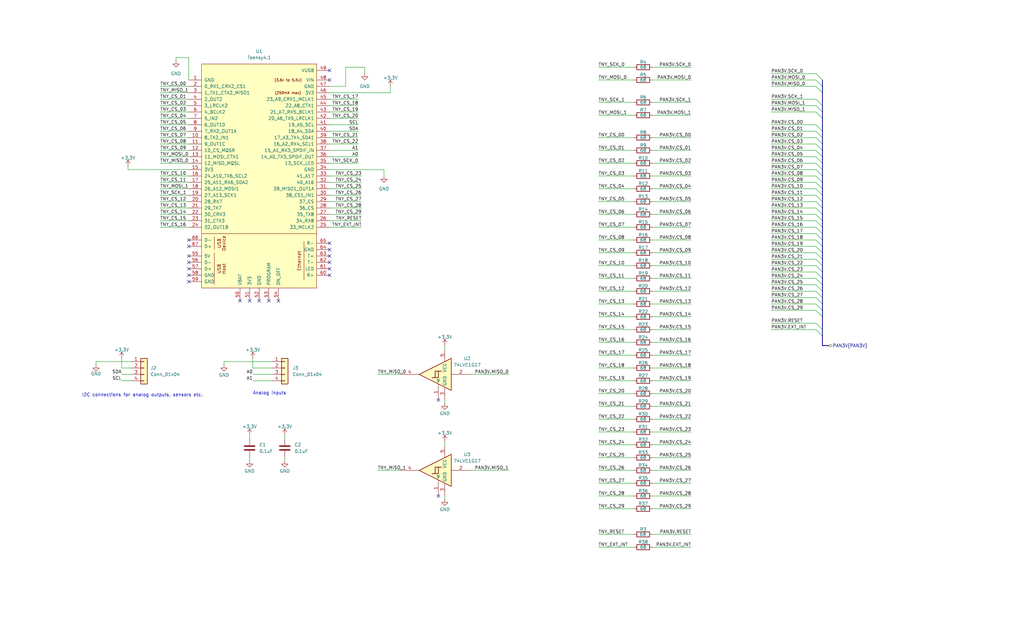
<source format=kicad_sch>
(kicad_sch (version 20231120) (generator "eeschema") (generator_version "8.0")
  (paper "User" 406.4 254)
  (lib_symbols
    (symbol "74xGxx:74LVC1G17"
      (property "Reference" "U" (at 2.54 7.62 0))
      (property "Value" "74LVC1G17" (at 5.08 -7.62 0))
      (symbol "74LVC1G17_0_1"
        (polyline (pts (xy -2.54 1.27) (xy -1.27 1.27) (xy -1.27 -1.27)) (stroke (width 0.254)) (fill (type background)))
        (polyline (pts (xy -7.62 6.35) (xy -7.62 -6.35) (xy 5.08 0) (xy -7.62 6.35)) (stroke (width 0.254)) (fill (type background)))
        (polyline (pts (xy -3.81 1.27) (xy -2.54 1.27) (xy -2.54 -1.27) (xy 0 -1.27)) (stroke (width 0.254)) (fill (type background)))
      )
      (symbol "74LVC1G17_1_1"
        (pin free line (at -2.54 -10.16 90) (length 6.35) (name "NC") (number "1"))
        (pin input line (at -15.24 0 0) (length 7.62) (name "~") (number "2"))
        (pin power_in line (at -5.08 -10.16 90) (length 5.08) (name "GND") (number "3"))
        (pin output line (at 12.7 0 180) (length 7.62) (name "~") (number "4"))
        (pin power_in line (at -5.08 10.16 270) (length 5.08) (name "VCC") (number "5"))
      )
    )
    (symbol "Connector_Generic:Conn_01x04" (pin_names (offset 1.016) hide)
      (property "Reference" "J" (at 0 5.08 0))
      (property "Value" "Conn_01x04" (at 0 -7.62 0))
      (symbol "Conn_01x04_1_1"
        (rectangle (start -1.27 -4.953) (end 0 -5.207) (stroke (width 0.1524)))
        (rectangle (start -1.27 -2.413) (end 0 -2.667) (stroke (width 0.1524)))
        (rectangle (start -1.27 0.127) (end 0 -0.127) (stroke (width 0.1524)))
        (rectangle (start -1.27 2.667) (end 0 2.413) (stroke (width 0.1524)))
        (rectangle (start -1.27 3.81) (end 1.27 -6.35) (stroke (width 0.254)) (fill (type background)))
        (pin passive line (at -5.08 2.54 0) (length 3.81) (name "Pin_1") (number "1"))
        (pin passive line (at -5.08 0 0) (length 3.81) (name "Pin_2") (number "2"))
        (pin passive line (at -5.08 -2.54 0) (length 3.81) (name "Pin_3") (number "3"))
        (pin passive line (at -5.08 -5.08 0) (length 3.81) (name "Pin_4") (number "4"))
      )
    )
    (symbol "Device:C" (pin_numbers hide) (pin_names (offset 0.254))
      (property "Reference" "C" (at 0.635 2.54 0))
      (property "Value" "C" (at 0.635 -2.54 0))
      (symbol "C_0_1"
        (polyline (pts (xy -2.032 -0.762) (xy 2.032 -0.762)) (stroke (width 0.508)))
        (polyline (pts (xy -2.032 0.762) (xy 2.032 0.762)) (stroke (width 0.508)))
      )
      (symbol "C_1_1"
        (pin passive line (at 0 3.81 270) (length 2.794) (name "~") (number "1"))
        (pin passive line (at 0 -3.81 90) (length 2.794) (name "~") (number "2"))
      )
    )
    (symbol "Device:R" (pin_numbers hide) (pin_names (offset 0))
      (property "Reference" "R" (at 2.032 0 90))
      (property "Value" "R" (at 0 0 90))
      (symbol "R_0_1"
        (rectangle (start -1.016 -2.54) (end 1.016 2.54) (stroke (width 0.254)))
      )
      (symbol "R_1_1"
        (pin passive line (at 0 3.81 270) (length 1.27) (name "~") (number "1"))
        (pin passive line (at 0 -3.81 90) (length 1.27) (name "~") (number "2"))
      )
    )
    (symbol "arena_custom:Teensy4.1" (pin_names (offset 1.016))
      (property "Reference" "U" (at 0 64.77 0))
      (property "Value" "Teensy4.1" (at 0 62.23 0))
      (symbol "Teensy4.1_0_0"
        (polyline (pts (xy -22.86 -6.35) (xy 22.86 -6.35)))
        (polyline (pts (xy -17.78 -26.67) (xy -17.78 -13.97)))
        (polyline (pts (xy -17.78 -7.62) (xy -17.78 -12.7)))
        (polyline (pts (xy 17.78 -9.525) (xy 17.78 -24.765)))
        (text "(250mA max)" (at 11.43 49.53 0) (effects (font (size 1.016 1.016))))
        (text "(3.6v to 5.5v)" (at 11.43 54.61 0) (effects (font (size 1.016 1.016))))
        (text "Device" (at -13.97 -10.16 900) (effects (font (size 1.27 1.27))))
        (text "Ethernet" (at 15.875 -17.145 900) (effects (font (size 1.27 1.27))))
        (text "Host" (at -13.97 -20.32 900) (effects (font (size 1.27 1.27))))
        (text "USB" (at -15.875 -20.32 900) (effects (font (size 1.27 1.27))))
        (text "USB" (at -15.875 -10.16 900) (effects (font (size 1.27 1.27))))
        (pin bidirectional line (at -27.94 31.75 0) (length 5.08) (name "8_TX2_IN1") (number "10"))
        (pin bidirectional line (at -27.94 29.21 0) (length 5.08) (name "9_OUT1C") (number "11"))
        (pin bidirectional line (at -27.94 26.67 0) (length 5.08) (name "10_CS_MQSR") (number "12"))
        (pin bidirectional line (at -27.94 24.13 0) (length 5.08) (name "11_MOSI_CTX1") (number "13"))
        (pin bidirectional line (at -27.94 21.59 0) (length 5.08) (name "12_MISO_MQSL") (number "14"))
        (pin power_in line (at -27.94 19.05 0) (length 5.08) (name "3V3") (number "15"))
        (pin bidirectional line (at -27.94 16.51 0) (length 5.08) (name "24_A10_TX6_SCL2") (number "16"))
        (pin bidirectional line (at -27.94 13.97 0) (length 5.08) (name "25_A11_RX6_SDA2") (number "17"))
        (pin bidirectional line (at -27.94 11.43 0) (length 5.08) (name "26_A12_MOSI1") (number "18"))
        (pin bidirectional line (at -27.94 8.89 0) (length 5.08) (name "27_A13_SCK1") (number "19"))
        (pin bidirectional line (at -27.94 6.35 0) (length 5.08) (name "28_RX7") (number "20"))
        (pin bidirectional line (at -27.94 3.81 0) (length 5.08) (name "29_TX7") (number "21"))
        (pin bidirectional line (at -27.94 1.27 0) (length 5.08) (name "30_CRX3") (number "22"))
        (pin bidirectional line (at -27.94 -1.27 0) (length 5.08) (name "31_CTX3") (number "23"))
        (pin bidirectional line (at -27.94 -3.81 0) (length 5.08) (name "32_OUT1B") (number "24"))
        (pin bidirectional line (at 27.94 -3.81 180) (length 5.08) (name "33_MCLK2") (number "25"))
        (pin bidirectional line (at 27.94 -1.27 180) (length 5.08) (name "34_RX8") (number "26"))
        (pin bidirectional line (at 27.94 1.27 180) (length 5.08) (name "35_TX8") (number "27"))
        (pin bidirectional line (at 27.94 3.81 180) (length 5.08) (name "36_CS") (number "28"))
        (pin bidirectional line (at 27.94 6.35 180) (length 5.08) (name "37_CS") (number "29"))
        (pin bidirectional line (at 27.94 8.89 180) (length 5.08) (name "38_CS1_IN1") (number "30"))
        (pin bidirectional line (at 27.94 11.43 180) (length 5.08) (name "39_MISO1_OUT1A") (number "31"))
        (pin bidirectional line (at 27.94 13.97 180) (length 5.08) (name "40_A16") (number "32"))
        (pin bidirectional line (at 27.94 16.51 180) (length 5.08) (name "41_A17") (number "33"))
        (pin bidirectional line (at 27.94 21.59 180) (length 5.08) (name "13_SCK_LED") (number "35"))
        (pin bidirectional line (at 27.94 24.13 180) (length 5.08) (name "14_A0_TX3_SPDIF_OUT") (number "36"))
        (pin bidirectional line (at 27.94 26.67 180) (length 5.08) (name "15_A1_RX3_SPDIF_IN") (number "37"))
        (pin bidirectional line (at 27.94 29.21 180) (length 5.08) (name "16_A2_RX4_SCL1") (number "38"))
        (pin bidirectional line (at 27.94 31.75 180) (length 5.08) (name "17_A3_TX4_SDA1") (number "39"))
        (pin bidirectional line (at 27.94 34.29 180) (length 5.08) (name "18_A4_SDA") (number "40"))
        (pin bidirectional line (at 27.94 36.83 180) (length 5.08) (name "19_A5_SCL") (number "41"))
        (pin bidirectional line (at 27.94 39.37 180) (length 5.08) (name "20_A6_TX5_LRCLK1") (number "42"))
        (pin bidirectional line (at 27.94 41.91 180) (length 5.08) (name "21_A7_RX5_BCLK1") (number "43"))
        (pin bidirectional line (at 27.94 44.45 180) (length 5.08) (name "22_A8_CTX1") (number "44"))
        (pin bidirectional line (at 27.94 46.99 180) (length 5.08) (name "23_A9_CRX1_MCLK1") (number "45"))
        (pin power_in line (at 27.94 54.61 180) (length 5.08) (name "VIN") (number "48"))
        (pin power_out line (at 27.94 58.42 180) (length 5.08) (name "VUSB") (number "49"))
        (pin bidirectional line (at -27.94 44.45 0) (length 5.08) (name "3_LRCLK2") (number "5"))
        (pin power_in line (at -7.62 -33.02 90) (length 5.08) (name "VBAT") (number "50"))
        (pin power_in line (at -3.81 -33.02 90) (length 5.08) (name "3V3") (number "51"))
        (pin input line (at 3.81 -33.02 90) (length 5.08) (name "PROGRAM") (number "53"))
        (pin input line (at 7.62 -33.02 90) (length 5.08) (name "ON_OFF") (number "54"))
        (pin power_out line (at -27.94 -15.24 0) (length 5.08) (name "5V") (number "55"))
        (pin bidirectional line (at -27.94 -17.78 0) (length 5.08) (name "D-") (number "56"))
        (pin bidirectional line (at -27.94 -20.32 0) (length 5.08) (name "D+") (number "57"))
        (pin power_in line (at -27.94 -22.86 0) (length 5.08) (name "GND") (number "58"))
        (pin power_in line (at -27.94 -25.4 0) (length 5.08) (name "GND") (number "59"))
        (pin bidirectional line (at -27.94 41.91 0) (length 5.08) (name "4_BCLK2") (number "6"))
        (pin bidirectional line (at 27.94 -22.86 180) (length 5.08) (name "R+") (number "60"))
        (pin bidirectional line (at 27.94 -20.32 180) (length 5.08) (name "LED") (number "61"))
        (pin bidirectional line (at 27.94 -17.78 180) (length 5.08) (name "T-") (number "62"))
        (pin bidirectional line (at 27.94 -15.24 180) (length 5.08) (name "T+") (number "63"))
        (pin power_in line (at 27.94 -12.7 180) (length 5.08) (name "GND") (number "64"))
        (pin bidirectional line (at 27.94 -10.16 180) (length 5.08) (name "R-") (number "65"))
        (pin bidirectional line (at -27.94 -8.89 0) (length 5.08) (name "D-") (number "66"))
        (pin bidirectional line (at -27.94 -11.43 0) (length 5.08) (name "D+") (number "67"))
        (pin bidirectional line (at -27.94 39.37 0) (length 5.08) (name "5_IN2") (number "7"))
        (pin bidirectional line (at -27.94 36.83 0) (length 5.08) (name "6_OUT1D") (number "8"))
        (pin bidirectional line (at -27.94 34.29 0) (length 5.08) (name "7_RX2_OUT1A") (number "9"))
      )
      (symbol "Teensy4.1_0_1"
        (rectangle (start -20.32 -1.27) (end -20.32 -1.27))
      )
      (symbol "Teensy4.1_1_0"
        (pin power_out line (at 27.94 49.53 180) (length 5.08) (name "3V3") (number "46"))
        (pin power_in line (at 27.94 52.07 180) (length 5.08) (name "GND") (number "47"))
        (pin power_in line (at 0 -33.02 90) (length 5.08) (name "GND") (number "52"))
      )
      (symbol "Teensy4.1_1_1"
        (rectangle (start -22.86 60.96) (end 22.86 -27.94) (fill (type background)))
        (pin power_in line (at -27.94 54.61 0) (length 5.08) (name "GND") (number "1"))
        (pin bidirectional line (at -27.94 52.07 0) (length 5.08) (name "0_RX1_CRX2_CS1") (number "2"))
        (pin bidirectional line (at -27.94 49.53 0) (length 5.08) (name "1_TX1_CTX2_MISO1") (number "3"))
        (pin power_in line (at 27.94 19.05 180) (length 5.08) (name "GND") (number "34"))
        (pin bidirectional line (at -27.94 46.99 0) (length 5.08) (name "2_OUT2") (number "4"))
      )
    )
    (symbol "power:+3.3V" (power) (pin_names (offset 0))
      (property "Value" "+3.3V" (at 0 3.556 0))
      (symbol "+3.3V_0_1"
        (polyline (pts (xy -0.762 1.27) (xy 0 2.54)))
        (polyline (pts (xy 0 0) (xy 0 2.54)))
        (polyline (pts (xy 0 2.54) (xy 0.762 1.27)))
      )
      (symbol "+3.3V_1_1"
        (pin power_in line (at 0 0 90) (length 0) hide (name "+3.3V") (number "1"))
      )
    )
    (symbol "power:GND" (power) (pin_names (offset 0))
      (property "Value" "GND" (at 0 -3.81 0))
      (symbol "GND_0_1"
        (polyline (pts (xy 0 0) (xy 0 -1.27) (xy 1.27 -1.27) (xy 0 -2.54) (xy -1.27 -1.27) (xy 0 -1.27)))
      )
      (symbol "GND_1_1"
        (pin power_in line (at 0 0 270) (length 0) hide (name "GND") (number "1"))
      )
    )
  )
  (no_connect (at 130.81 106.68))
  (no_connect (at 110.49 119.38))
  (no_connect (at 74.93 95.25))
  (no_connect (at 74.93 97.79))
  (no_connect (at 130.81 31.75))
  (no_connect (at 130.81 104.14))
  (no_connect (at 173.99 196.85))
  (no_connect (at 74.93 106.68))
  (no_connect (at 74.93 109.22))
  (no_connect (at 106.68 119.38))
  (no_connect (at 130.81 99.06))
  (no_connect (at 130.81 109.22))
  (no_connect (at 130.81 27.94))
  (no_connect (at 99.06 119.38))
  (no_connect (at 173.99 158.75))
  (no_connect (at 74.93 104.14))
  (no_connect (at 102.87 119.38))
  (no_connect (at 95.25 119.38))
  (no_connect (at 130.81 96.52))
  (no_connect (at 74.93 101.6))
  (no_connect (at 130.81 101.6))
  (no_connect (at 74.93 111.76))
  (bus_entry (at 326.39 72.39) (size -2.54 -2.54))
  (bus_entry (at 326.39 59.69) (size -2.54 -2.54))
  (bus_entry (at 326.39 46.99) (size -2.54 -2.54))
  (bus_entry (at 323.85 118.11) (size 2.54 2.54))
  (bus_entry (at 326.39 69.85) (size -2.54 -2.54))
  (bus_entry (at 323.85 123.19) (size 2.54 2.54))
  (bus_entry (at 326.39 85.09) (size -2.54 -2.54))
  (bus_entry (at 326.39 34.29) (size -2.54 -2.54))
  (bus_entry (at 326.39 31.75) (size -2.54 -2.54))
  (bus_entry (at 323.85 110.49) (size 2.54 2.54))
  (bus_entry (at 323.85 105.41) (size 2.54 2.54))
  (bus_entry (at 326.39 87.63) (size -2.54 -2.54))
  (bus_entry (at 323.85 87.63) (size 2.54 2.54))
  (bus_entry (at 323.85 128.27) (size 2.54 2.54))
  (bus_entry (at 323.85 102.87) (size 2.54 2.54))
  (bus_entry (at 326.39 57.15) (size -2.54 -2.54))
  (bus_entry (at 326.39 67.31) (size -2.54 -2.54))
  (bus_entry (at 326.39 77.47) (size -2.54 -2.54))
  (bus_entry (at 326.39 64.77) (size -2.54 -2.54))
  (bus_entry (at 326.39 44.45) (size -2.54 -2.54))
  (bus_entry (at 326.39 54.61) (size -2.54 -2.54))
  (bus_entry (at 323.85 97.79) (size 2.54 2.54))
  (bus_entry (at 323.85 92.71) (size 2.54 2.54))
  (bus_entry (at 326.39 82.55) (size -2.54 -2.54))
  (bus_entry (at 326.39 80.01) (size -2.54 -2.54))
  (bus_entry (at 323.85 115.57) (size 2.54 2.54))
  (bus_entry (at 323.85 120.65) (size 2.54 2.54))
  (bus_entry (at 326.39 41.91) (size -2.54 -2.54))
  (bus_entry (at 323.85 90.17) (size 2.54 2.54))
  (bus_entry (at 323.85 95.25) (size 2.54 2.54))
  (bus_entry (at 323.85 107.95) (size 2.54 2.54))
  (bus_entry (at 323.85 113.03) (size 2.54 2.54))
  (bus_entry (at 326.39 74.93) (size -2.54 -2.54))
  (bus_entry (at 326.39 62.23) (size -2.54 -2.54))
  (bus_entry (at 323.85 130.81) (size 2.54 2.54))
  (bus_entry (at 323.85 100.33) (size 2.54 2.54))
  (bus_entry (at 326.39 52.07) (size -2.54 -2.54))
  (bus_entry (at 326.39 36.83) (size -2.54 -2.54))
  (wire (pts (xy 130.81 67.31) (xy 152.4 67.31)))
  (wire (pts (xy 259.08 90.17) (xy 274.32 90.17)))
  (wire (pts (xy 144.78 26.67) (xy 144.78 29.21)))
  (wire (pts (xy 50.8 67.31) (xy 50.8 66.04)))
  (wire (pts (xy 237.49 115.57) (xy 251.46 115.57)))
  (wire (pts (xy 130.81 74.93) (xy 143.51 74.93)))
  (wire (pts (xy 100.33 146.05) (xy 107.95 146.05)))
  (wire (pts (xy 323.85 69.85) (xy 306.07 69.85)))
  (bus (pts (xy 326.39 125.73) (xy 326.39 130.81)))
  (wire (pts (xy 63.5 44.45) (xy 74.93 44.45)))
  (wire (pts (xy 237.49 140.97) (xy 251.46 140.97)))
  (wire (pts (xy 237.49 146.05) (xy 251.46 146.05)))
  (wire (pts (xy 323.85 31.75) (xy 306.07 31.75)))
  (wire (pts (xy 237.49 156.21) (xy 251.46 156.21)))
  (wire (pts (xy 48.26 148.59) (xy 52.07 148.59)))
  (wire (pts (xy 323.85 115.57) (xy 306.07 115.57)))
  (wire (pts (xy 237.49 217.17) (xy 251.46 217.17)))
  (wire (pts (xy 323.85 85.09) (xy 306.07 85.09)))
  (bus (pts (xy 326.39 64.77) (xy 326.39 67.31)))
  (wire (pts (xy 237.49 64.77) (xy 251.46 64.77)))
  (bus (pts (xy 326.39 72.39) (xy 326.39 74.93)))
  (wire (pts (xy 130.81 82.55) (xy 143.51 82.55)))
  (wire (pts (xy 259.08 181.61) (xy 274.32 181.61)))
  (wire (pts (xy 237.49 26.67) (xy 251.46 26.67)))
  (wire (pts (xy 259.08 69.85) (xy 274.32 69.85)))
  (wire (pts (xy 63.5 64.77) (xy 74.93 64.77)))
  (wire (pts (xy 130.81 85.09) (xy 143.51 85.09)))
  (wire (pts (xy 137.16 34.29) (xy 137.16 26.67)))
  (wire (pts (xy 237.49 130.81) (xy 251.46 130.81)))
  (wire (pts (xy 323.85 62.23) (xy 306.07 62.23)))
  (bus (pts (xy 326.39 54.61) (xy 326.39 57.15)))
  (wire (pts (xy 130.81 54.61) (xy 142.24 54.61)))
  (wire (pts (xy 323.85 67.31) (xy 306.07 67.31)))
  (wire (pts (xy 88.9 143.51) (xy 88.9 144.78)))
  (wire (pts (xy 259.08 140.97) (xy 274.32 140.97)))
  (bus (pts (xy 326.39 110.49) (xy 326.39 113.03)))
  (wire (pts (xy 63.5 74.93) (xy 74.93 74.93)))
  (wire (pts (xy 63.5 90.17) (xy 74.93 90.17)))
  (wire (pts (xy 113.03 181.61) (xy 113.03 182.88)))
  (wire (pts (xy 259.08 191.77) (xy 274.32 191.77)))
  (wire (pts (xy 323.85 49.53) (xy 306.07 49.53)))
  (wire (pts (xy 259.08 80.01) (xy 274.32 80.01)))
  (wire (pts (xy 259.08 115.57) (xy 274.32 115.57)))
  (wire (pts (xy 237.49 31.75) (xy 251.46 31.75)))
  (wire (pts (xy 38.1 143.51) (xy 52.07 143.51)))
  (wire (pts (xy 63.5 36.83) (xy 74.93 36.83)))
  (wire (pts (xy 259.08 110.49) (xy 274.32 110.49)))
  (wire (pts (xy 259.08 196.85) (xy 274.32 196.85)))
  (wire (pts (xy 237.49 59.69) (xy 251.46 59.69)))
  (wire (pts (xy 63.5 72.39) (xy 74.93 72.39)))
  (wire (pts (xy 323.85 57.15) (xy 306.07 57.15)))
  (bus (pts (xy 326.39 69.85) (xy 326.39 72.39)))
  (wire (pts (xy 237.49 171.45) (xy 251.46 171.45)))
  (wire (pts (xy 259.08 201.93) (xy 274.32 201.93)))
  (wire (pts (xy 237.49 110.49) (xy 251.46 110.49)))
  (wire (pts (xy 149.86 186.69) (xy 158.75 186.69)))
  (wire (pts (xy 48.26 142.24) (xy 48.26 146.05)))
  (wire (pts (xy 48.26 146.05) (xy 52.07 146.05)))
  (bus (pts (xy 326.39 100.33) (xy 326.39 102.87)))
  (wire (pts (xy 259.08 161.29) (xy 274.32 161.29)))
  (wire (pts (xy 237.49 45.72) (xy 251.46 45.72)))
  (wire (pts (xy 63.5 82.55) (xy 74.93 82.55)))
  (wire (pts (xy 237.49 69.85) (xy 251.46 69.85)))
  (wire (pts (xy 259.08 151.13) (xy 274.32 151.13)))
  (wire (pts (xy 323.85 44.45) (xy 306.07 44.45)))
  (wire (pts (xy 259.08 85.09) (xy 274.32 85.09)))
  (wire (pts (xy 99.06 181.61) (xy 99.06 182.88)))
  (bus (pts (xy 326.39 59.69) (xy 326.39 62.23)))
  (wire (pts (xy 259.08 26.67) (xy 274.32 26.67)))
  (wire (pts (xy 74.93 67.31) (xy 50.8 67.31)))
  (wire (pts (xy 130.81 41.91) (xy 142.24 41.91)))
  (wire (pts (xy 48.26 151.13) (xy 52.07 151.13)))
  (wire (pts (xy 237.49 90.17) (xy 251.46 90.17)))
  (bus (pts (xy 326.39 85.09) (xy 326.39 87.63)))
  (wire (pts (xy 237.49 181.61) (xy 251.46 181.61)))
  (bus (pts (xy 326.39 34.29) (xy 326.39 36.83)))
  (bus (pts (xy 326.39 90.17) (xy 326.39 92.71)))
  (bus (pts (xy 326.39 92.71) (xy 326.39 95.25)))
  (wire (pts (xy 176.53 137.16) (xy 176.53 138.43)))
  (wire (pts (xy 74.93 22.86) (xy 74.93 31.75)))
  (wire (pts (xy 323.85 74.93) (xy 306.07 74.93)))
  (wire (pts (xy 130.81 69.85) (xy 143.51 69.85)))
  (wire (pts (xy 63.5 80.01) (xy 74.93 80.01)))
  (wire (pts (xy 259.08 54.61) (xy 274.32 54.61)))
  (wire (pts (xy 259.08 156.21) (xy 274.32 156.21)))
  (bus (pts (xy 326.39 31.75) (xy 326.39 34.29)))
  (wire (pts (xy 259.08 217.17) (xy 274.32 217.17)))
  (wire (pts (xy 237.49 186.69) (xy 251.46 186.69)))
  (wire (pts (xy 237.49 191.77) (xy 251.46 191.77)))
  (wire (pts (xy 186.69 148.59) (xy 201.93 148.59)))
  (wire (pts (xy 306.07 123.19) (xy 323.85 123.19)))
  (bus (pts (xy 326.39 67.31) (xy 326.39 69.85)))
  (wire (pts (xy 306.07 118.11) (xy 323.85 118.11)))
  (wire (pts (xy 63.5 46.99) (xy 74.93 46.99)))
  (wire (pts (xy 63.5 54.61) (xy 74.93 54.61)))
  (wire (pts (xy 130.81 80.01) (xy 143.51 80.01)))
  (wire (pts (xy 259.08 95.25) (xy 274.32 95.25)))
  (wire (pts (xy 130.81 72.39) (xy 143.51 72.39)))
  (wire (pts (xy 100.33 142.24) (xy 100.33 146.05)))
  (wire (pts (xy 306.07 90.17) (xy 323.85 90.17)))
  (wire (pts (xy 63.5 85.09) (xy 74.93 85.09)))
  (wire (pts (xy 306.07 110.49) (xy 323.85 110.49)))
  (bus (pts (xy 326.39 44.45) (xy 326.39 46.99)))
  (wire (pts (xy 323.85 29.21) (xy 306.07 29.21)))
  (wire (pts (xy 259.08 135.89) (xy 274.32 135.89)))
  (wire (pts (xy 63.5 77.47) (xy 74.93 77.47)))
  (wire (pts (xy 306.07 130.81) (xy 323.85 130.81)))
  (wire (pts (xy 130.81 64.77) (xy 142.24 64.77)))
  (wire (pts (xy 237.49 80.01) (xy 251.46 80.01)))
  (wire (pts (xy 63.5 39.37) (xy 74.93 39.37)))
  (wire (pts (xy 306.07 97.79) (xy 323.85 97.79)))
  (wire (pts (xy 130.81 87.63) (xy 143.51 87.63)))
  (wire (pts (xy 237.49 166.37) (xy 251.46 166.37)))
  (wire (pts (xy 306.07 128.27) (xy 323.85 128.27)))
  (wire (pts (xy 323.85 105.41) (xy 306.07 105.41)))
  (wire (pts (xy 237.49 176.53) (xy 251.46 176.53)))
  (wire (pts (xy 176.53 158.75) (xy 176.53 160.02)))
  (wire (pts (xy 130.81 52.07) (xy 142.24 52.07)))
  (bus (pts (xy 326.39 82.55) (xy 326.39 85.09)))
  (wire (pts (xy 323.85 72.39) (xy 306.07 72.39)))
  (bus (pts (xy 326.39 97.79) (xy 326.39 100.33)))
  (wire (pts (xy 149.86 148.59) (xy 158.75 148.59)))
  (bus (pts (xy 326.39 113.03) (xy 326.39 115.57)))
  (wire (pts (xy 63.5 41.91) (xy 74.93 41.91)))
  (bus (pts (xy 326.39 120.65) (xy 326.39 123.19)))
  (wire (pts (xy 130.81 62.23) (xy 142.24 62.23)))
  (wire (pts (xy 63.5 87.63) (xy 74.93 87.63)))
  (wire (pts (xy 237.49 135.89) (xy 251.46 135.89)))
  (wire (pts (xy 259.08 100.33) (xy 274.32 100.33)))
  (wire (pts (xy 237.49 120.65) (xy 251.46 120.65)))
  (wire (pts (xy 323.85 34.29) (xy 306.07 34.29)))
  (wire (pts (xy 100.33 151.13) (xy 107.95 151.13)))
  (wire (pts (xy 259.08 105.41) (xy 274.32 105.41)))
  (bus (pts (xy 326.39 46.99) (xy 326.39 52.07)))
  (bus (pts (xy 326.39 115.57) (xy 326.39 118.11)))
  (wire (pts (xy 259.08 176.53) (xy 274.32 176.53)))
  (wire (pts (xy 237.49 85.09) (xy 251.46 85.09)))
  (bus (pts (xy 326.39 105.41) (xy 326.39 107.95)))
  (bus (pts (xy 326.39 107.95) (xy 326.39 110.49)))
  (wire (pts (xy 130.81 34.29) (xy 137.16 34.29)))
  (wire (pts (xy 63.5 69.85) (xy 74.93 69.85)))
  (bus (pts (xy 326.39 137.16) (xy 328.93 137.16)))
  (wire (pts (xy 38.1 143.51) (xy 38.1 144.78)))
  (wire (pts (xy 306.07 102.87) (xy 323.85 102.87)))
  (wire (pts (xy 154.94 36.83) (xy 154.94 34.29)))
  (wire (pts (xy 237.49 125.73) (xy 251.46 125.73)))
  (wire (pts (xy 63.5 52.07) (xy 74.93 52.07)))
  (wire (pts (xy 130.81 39.37) (xy 142.24 39.37)))
  (bus (pts (xy 326.39 130.81) (xy 326.39 133.35)))
  (wire (pts (xy 306.07 95.25) (xy 323.85 95.25)))
  (wire (pts (xy 259.08 59.69) (xy 274.32 59.69)))
  (bus (pts (xy 326.39 95.25) (xy 326.39 97.79)))
  (wire (pts (xy 237.49 161.29) (xy 251.46 161.29)))
  (wire (pts (xy 323.85 77.47) (xy 306.07 77.47)))
  (bus (pts (xy 326.39 52.07) (xy 326.39 54.61)))
  (wire (pts (xy 306.07 113.03) (xy 323.85 113.03)))
  (wire (pts (xy 259.08 186.69) (xy 274.32 186.69)))
  (wire (pts (xy 176.53 175.26) (xy 176.53 176.53)))
  (wire (pts (xy 130.81 57.15) (xy 142.24 57.15)))
  (wire (pts (xy 259.08 146.05) (xy 274.32 146.05)))
  (wire (pts (xy 306.07 64.77) (xy 323.85 64.77)))
  (wire (pts (xy 259.08 31.75) (xy 274.32 31.75)))
  (wire (pts (xy 186.69 186.69) (xy 201.93 186.69)))
  (wire (pts (xy 306.07 100.33) (xy 323.85 100.33)))
  (wire (pts (xy 306.07 120.65) (xy 323.85 120.65)))
  (wire (pts (xy 323.85 87.63) (xy 306.07 87.63)))
  (bus (pts (xy 326.39 80.01) (xy 326.39 82.55)))
  (wire (pts (xy 323.85 80.01) (xy 306.07 80.01)))
  (bus (pts (xy 326.39 102.87) (xy 326.39 105.41)))
  (wire (pts (xy 259.08 74.93) (xy 274.32 74.93)))
  (wire (pts (xy 237.49 196.85) (xy 251.46 196.85)))
  (wire (pts (xy 237.49 54.61) (xy 251.46 54.61)))
  (bus (pts (xy 326.39 123.19) (xy 326.39 125.73)))
  (wire (pts (xy 130.81 36.83) (xy 154.94 36.83)))
  (wire (pts (xy 323.85 82.55) (xy 306.07 82.55)))
  (wire (pts (xy 237.49 95.25) (xy 251.46 95.25)))
  (wire (pts (xy 259.08 120.65) (xy 274.32 120.65)))
  (bus (pts (xy 326.39 87.63) (xy 326.39 90.17)))
  (wire (pts (xy 259.08 212.09) (xy 274.32 212.09)))
  (bus (pts (xy 326.39 41.91) (xy 326.39 44.45)))
  (wire (pts (xy 306.07 92.71) (xy 323.85 92.71)))
  (wire (pts (xy 130.81 49.53) (xy 142.24 49.53)))
  (bus (pts (xy 326.39 77.47) (xy 326.39 80.01)))
  (wire (pts (xy 237.49 201.93) (xy 251.46 201.93)))
  (wire (pts (xy 130.81 44.45) (xy 142.24 44.45)))
  (wire (pts (xy 237.49 40.64) (xy 251.46 40.64)))
  (wire (pts (xy 237.49 100.33) (xy 251.46 100.33)))
  (wire (pts (xy 63.5 59.69) (xy 74.93 59.69)))
  (wire (pts (xy 259.08 64.77) (xy 274.32 64.77)))
  (wire (pts (xy 237.49 151.13) (xy 251.46 151.13)))
  (wire (pts (xy 259.08 166.37) (xy 274.32 166.37)))
  (wire (pts (xy 88.9 143.51) (xy 107.95 143.51)))
  (bus (pts (xy 326.39 57.15) (xy 326.39 59.69)))
  (bus (pts (xy 326.39 133.35) (xy 326.39 137.16)))
  (wire (pts (xy 323.85 39.37) (xy 306.07 39.37)))
  (bus (pts (xy 326.39 118.11) (xy 326.39 120.65)))
  (wire (pts (xy 259.08 125.73) (xy 274.32 125.73)))
  (wire (pts (xy 323.85 52.07) (xy 306.07 52.07)))
  (wire (pts (xy 130.81 90.17) (xy 143.51 90.17)))
  (wire (pts (xy 69.85 22.86) (xy 69.85 24.13)))
  (wire (pts (xy 259.08 45.72) (xy 274.32 45.72)))
  (wire (pts (xy 137.16 26.67) (xy 144.78 26.67)))
  (wire (pts (xy 306.07 107.95) (xy 323.85 107.95)))
  (wire (pts (xy 323.85 41.91) (xy 306.07 41.91)))
  (wire (pts (xy 323.85 54.61) (xy 306.07 54.61)))
  (wire (pts (xy 63.5 34.29) (xy 74.93 34.29)))
  (bus (pts (xy 326.39 74.93) (xy 326.39 77.47)))
  (wire (pts (xy 237.49 74.93) (xy 251.46 74.93)))
  (wire (pts (xy 237.49 105.41) (xy 251.46 105.41)))
  (wire (pts (xy 152.4 67.31) (xy 152.4 69.85)))
  (wire (pts (xy 99.06 172.72) (xy 99.06 173.99)))
  (wire (pts (xy 100.33 148.59) (xy 107.95 148.59)))
  (wire (pts (xy 113.03 172.72) (xy 113.03 173.99)))
  (wire (pts (xy 259.08 171.45) (xy 274.32 171.45)))
  (wire (pts (xy 63.5 57.15) (xy 74.93 57.15)))
  (wire (pts (xy 237.49 212.09) (xy 251.46 212.09)))
  (wire (pts (xy 63.5 49.53) (xy 74.93 49.53)))
  (wire (pts (xy 130.81 59.69) (xy 142.24 59.69)))
  (wire (pts (xy 323.85 59.69) (xy 306.07 59.69)))
  (wire (pts (xy 63.5 62.23) (xy 74.93 62.23)))
  (wire (pts (xy 176.53 196.85) (xy 176.53 198.12)))
  (bus (pts (xy 326.39 36.83) (xy 326.39 41.91)))
  (wire (pts (xy 130.81 77.47) (xy 143.51 77.47)))
  (wire (pts (xy 69.85 22.86) (xy 74.93 22.86)))
  (wire (pts (xy 259.08 40.64) (xy 274.32 40.64)))
  (bus (pts (xy 326.39 62.23) (xy 326.39 64.77)))
  (wire (pts (xy 130.81 46.99) (xy 142.24 46.99)))
  (wire (pts (xy 259.08 130.81) (xy 274.32 130.81)))
  (text "Analog inputs" (at 100.33 156.845 0) (effects (font (size 1.27 1.27)) (justify left bottom)))
  (text "I2C connections for analog outputs, sensors etc. " (at 32.512 157.607 0) (effects (font (size 1.27 1.27)) (justify left bottom)))
  (label "PAN3V.CS_28" (at 274.32 196.85 180))
  (label "TNY_SCK_1" (at 237.49 40.64 0))
  (label "TNY_CS_17" (at 237.49 140.97 0))
  (label "TNY_CS_11" (at 237.49 110.49 0))
  (label "TNY_MOSI_1" (at 63.5 74.93 0))
  (label "PAN3V.CS_03" (at 274.32 69.85 180))
  (label "SDA" (at 48.26 148.59 180))
  (label "TNY_MOSI_0" (at 237.49 31.75 0))
  (label "PAN3V.RESET" (at 274.32 212.09 180))
  (label "TNY_SCK_0" (at 142.24 64.77 180))
  (label "PAN3V.CS_26" (at 274.32 186.69 180))
  (label "TNY_CS_17" (at 142.24 39.37 180))
  (label "PAN3V.CS_17" (at 274.32 140.97 180))
  (label "PAN3V.CS_06" (at 306.07 64.77 0))
  (label "TNY_CS_28" (at 143.51 82.55 180))
  (label "TNY_CS_27" (at 237.49 191.77 0))
  (label "TNY_CS_18" (at 142.24 41.91 180))
  (label "TNY_SCK_0" (at 237.49 26.67 0))
  (label "TNY_CS_02" (at 63.5 41.91 0))
  (label "A1" (at 100.33 151.13 180))
  (label "TNY_CS_10" (at 63.5 69.85 0))
  (label "TNY_CS_01" (at 237.49 59.69 0))
  (label "PAN3V.MISO_0" (at 306.07 34.29 0))
  (label "TNY_CS_00" (at 63.5 34.29 0))
  (label "PAN3V.CS_23" (at 306.07 107.95 0))
  (label "TNY_CS_05" (at 63.5 49.53 0))
  (label "TNY_MISO_1" (at 149.86 186.69 0))
  (label "PAN3V.CS_27" (at 274.32 191.77 180))
  (label "TNY_CS_28" (at 237.49 196.85 0))
  (label "PAN3V.CS_21" (at 274.32 161.29 180))
  (label "TNY_CS_06" (at 63.5 52.07 0))
  (label "PAN3V.MOSI_1" (at 306.07 41.91 0))
  (label "PAN3V.CS_04" (at 306.07 59.69 0))
  (label "PAN3V.CS_25" (at 274.32 181.61 180))
  (label "PAN3V.CS_22" (at 274.32 166.37 180))
  (label "PAN3V.CS_03" (at 306.07 57.15 0))
  (label "TNY_CS_29" (at 143.51 85.09 180))
  (label "TNY_CS_07" (at 63.5 54.61 0))
  (label "PAN3V.CS_00" (at 274.32 54.61 180))
  (label "PAN3V.CS_16" (at 274.32 135.89 180))
  (label "PAN3V.SCK_1" (at 306.07 39.37 0))
  (label "PAN3V.CS_06" (at 274.32 85.09 180))
  (label "PAN3V.CS_02" (at 306.07 54.61 0))
  (label "PAN3V.CS_24" (at 306.07 110.49 0))
  (label "TNY_EXT_INT" (at 237.49 217.17 0))
  (label "TNY_CS_13" (at 237.49 120.65 0))
  (label "TNY_MOSI_0" (at 63.5 62.23 0))
  (label "PAN3V.CS_12" (at 306.07 80.01 0))
  (label "PAN3V.CS_14" (at 306.07 85.09 0))
  (label "TNY_CS_18" (at 237.49 146.05 0))
  (label "PAN3V.CS_00" (at 306.07 49.53 0))
  (label "TNY_CS_08" (at 63.5 57.15 0))
  (label "PAN3V.CS_24" (at 274.32 176.53 180))
  (label "TNY_CS_16" (at 63.5 90.17 0))
  (label "PAN3V.CS_09" (at 274.32 100.33 180))
  (label "SDA" (at 142.24 52.07 180))
  (label "PAN3V.CS_11" (at 306.07 77.47 0))
  (label "TNY_CS_14" (at 237.49 125.73 0))
  (label "TNY_CS_07" (at 237.49 90.17 0))
  (label "PAN3V.CS_27" (at 306.07 118.11 0))
  (label "PAN3V.CS_08" (at 274.32 95.25 180))
  (label "TNY_CS_19" (at 237.49 151.13 0))
  (label "TNY_CS_22" (at 142.24 57.15 180))
  (label "TNY_CS_01" (at 63.5 39.37 0))
  (label "TNY_CS_12" (at 237.49 115.57 0))
  (label "TNY_CS_03" (at 63.5 44.45 0))
  (label "PAN3V.CS_21" (at 306.07 102.87 0))
  (label "PAN3V.SCK_0" (at 274.32 26.67 180))
  (label "TNY_CS_19" (at 142.24 44.45 180))
  (label "PAN3V.CS_01" (at 274.32 59.69 180))
  (label "PAN3V.CS_04" (at 274.32 74.93 180))
  (label "PAN3V.CS_19" (at 274.32 151.13 180))
  (label "TNY_CS_20" (at 237.49 156.21 0))
  (label "PAN3V.CS_16" (at 306.07 90.17 0))
  (label "PAN3V.EXT_INT" (at 274.32 217.17 180))
  (label "TNY_CS_12" (at 63.5 80.01 0))
  (label "PAN3V.CS_05" (at 306.07 62.23 0))
  (label "TNY_CS_15" (at 237.49 130.81 0))
  (label "TNY_CS_27" (at 143.51 80.01 180))
  (label "PAN3V.EXT_INT" (at 306.07 130.81 0))
  (label "PAN3V.CS_13" (at 274.32 120.65 180))
  (label "PAN3V.CS_26" (at 306.07 115.57 0))
  (label "TNY_SCK_1" (at 63.5 77.47 0))
  (label "PAN3V.CS_20" (at 274.32 156.21 180))
  (label "TNY_CS_24" (at 237.49 176.53 0))
  (label "TNY_CS_04" (at 237.49 74.93 0))
  (label "TNY_CS_20" (at 142.24 46.99 180))
  (label "TNY_CS_24" (at 143.51 72.39 180))
  (label "PAN3V.CS_18" (at 274.32 146.05 180))
  (label "PAN3V.CS_12" (at 274.32 115.57 180))
  (label "TNY_CS_14" (at 63.5 85.09 0))
  (label "PAN3V.CS_13" (at 306.07 82.55 0))
  (label "TNY_CS_25" (at 143.51 74.93 180))
  (label "PAN3V.CS_28" (at 306.07 120.65 0))
  (label "PAN3V.MOSI_1" (at 274.32 45.72 180))
  (label "TNY_RESET" (at 237.49 212.09 0))
  (label "TNY_CS_16" (at 237.49 135.89 0))
  (label "PAN3V.MOSI_0" (at 274.32 31.75 180))
  (label "TNY_CS_22" (at 237.49 166.37 0))
  (label "PAN3V.CS_25" (at 306.07 113.03 0))
  (label "PAN3V.CS_10" (at 306.07 74.93 0))
  (label "PAN3V.CS_08" (at 306.07 69.85 0))
  (label "TNY_MISO_0" (at 149.86 148.59 0))
  (label "PAN3V.CS_14" (at 274.32 125.73 180))
  (label "PAN3V.CS_07" (at 274.32 90.17 180))
  (label "PAN3V.CS_29" (at 306.07 123.19 0))
  (label "TNY_CS_29" (at 237.49 201.93 0))
  (label "SCL" (at 48.26 151.13 180))
  (label "PAN3V.CS_20" (at 306.07 100.33 0))
  (label "TNY_RESET" (at 143.51 87.63 180))
  (label "PAN3V.CS_09" (at 306.07 72.39 0))
  (label "PAN3V.MISO_0" (at 201.93 148.59 180))
  (label "PAN3V.CS_17" (at 306.07 92.71 0))
  (label "TNY_CS_04" (at 63.5 46.99 0))
  (label "TNY_CS_15" (at 63.5 87.63 0))
  (label "PAN3V.MISO_1" (at 306.07 44.45 0))
  (label "TNY_CS_06" (at 237.49 85.09 0))
  (label "PAN3V.CS_29" (at 274.32 201.93 180))
  (label "A0" (at 100.33 148.59 180))
  (label "TNY_CS_08" (at 237.49 95.25 0))
  (label "TNY_CS_11" (at 63.5 72.39 0))
  (label "TNY_CS_21" (at 142.24 54.61 180))
  (label "TNY_CS_05" (at 237.49 80.01 0))
  (label "TNY_CS_09" (at 237.49 100.33 0))
  (label "PAN3V.CS_07" (at 306.07 67.31 0))
  (label "TNY_CS_26" (at 143.51 77.47 180))
  (label "A0" (at 142.24 62.23 180))
  (label "PAN3V.CS_18" (at 306.07 95.25 0))
  (label "PAN3V.CS_02" (at 274.32 64.77 180))
  (label "TNY_CS_10" (at 237.49 105.41 0))
  (label "TNY_CS_21" (at 237.49 161.29 0))
  (label "TNY_CS_13" (at 63.5 82.55 0))
  (label "PAN3V.CS_01" (at 306.07 52.07 0))
  (label "TNY_CS_03" (at 237.49 69.85 0))
  (label "PAN3V.MISO_1" (at 201.93 186.69 180))
  (label "TNY_CS_02" (at 237.49 64.77 0))
  (label "TNY_CS_00" (at 237.49 54.61 0))
  (label "PAN3V.CS_10" (at 274.32 105.41 180))
  (label "A1" (at 142.24 59.69 180))
  (label "PAN3V.CS_05" (at 274.32 80.01 180))
  (label "TNY_CS_23" (at 143.51 69.85 180))
  (label "TNY_MISO_0" (at 63.5 64.77 0))
  (label "PAN3V.CS_19" (at 306.07 97.79 0))
  (label "TNY_CS_26" (at 237.49 186.69 0))
  (label "PAN3V.CS_15" (at 274.32 130.81 180))
  (label "PAN3V.CS_11" (at 274.32 110.49 180))
  (label "PAN3V.CS_22" (at 306.07 105.41 0))
  (label "TNY_EXT_INT" (at 143.51 90.17 180))
  (label "TNY_MOSI_1" (at 237.49 45.72 0))
  (label "PAN3V.CS_15" (at 306.07 87.63 0))
  (label "PAN3V.MOSI_0" (at 306.07 31.75 0))
  (label "TNY_CS_23" (at 237.49 171.45 0))
  (label "PAN3V.RESET" (at 306.07 128.27 0))
  (label "PAN3V.CS_23" (at 274.32 171.45 180))
  (label "SCL" (at 142.24 49.53 180))
  (label "PAN3V.SCK_1" (at 274.32 40.64 180))
  (label "TNY_CS_25" (at 237.49 181.61 0))
  (label "TNY_MISO_1" (at 63.5 36.83 0))
  (label "PAN3V.SCK_0" (at 306.07 29.21 0))
  (label "TNY_CS_09" (at 63.5 59.69 0))
  (hierarchical_label "PAN3V{PAN3V}" (shape bidirectional) (at 328.93 137.16 0))
  (symbol (lib_id "power:GND") (at 38.1 144.78 0) (mirror y) (unit 1)
    (property "Reference" "#PWR01" (effects (hide yes)))
    (property "Value" "GND" (at 38.1 148.336 0))
  )
  (symbol (lib_id "Device:R") (at 255.27 146.05 90) (unit 1)
    (property "Reference" "R26" (at 255.27 144.018 90))
    (property "Value" "68" (at 255.27 146.05 90))
    (property "Description" "Resistor" (effects (hide yes)))
  )
  (symbol (lib_id "power:+3.3V") (at 176.53 175.26 0) (unit 1)
    (property "Reference" "#PWR0108" (effects (hide yes)))
    (property "Value" "+3.3V" (at 176.53 171.831 0))
  )
  (symbol (lib_id "Device:R") (at 255.27 181.61 90) (unit 1)
    (property "Reference" "R33" (at 255.27 179.578 90))
    (property "Value" "68" (at 255.27 181.61 90))
    (property "Description" "Resistor" (effects (hide yes)))
  )
  (symbol (lib_id "Device:R") (at 255.27 110.49 90) (unit 1)
    (property "Reference" "R19" (at 255.27 108.458 90))
    (property "Value" "68" (at 255.27 110.49 90))
    (property "Description" "Resistor" (effects (hide yes)))
  )
  (symbol (lib_id "Connector_Generic:Conn_01x04") (at 113.03 146.05 0) (unit 1)
    (property "Reference" "J3" (at 116.078 146.05 0) (effects (justify left)))
    (property "Value" "Conn_01x04" (at 116.078 148.59 0) (effects (justify left)))
    (property "Footprint" "arena_custom:JST_SH_SM04B-SRSS-TB_1x04-1MP_P1.00mm_Horizontal" (effects (hide yes)))
  )
  (symbol (lib_id "Device:R") (at 255.27 40.64 90) (unit 1)
    (property "Reference" "R6" (at 255.27 38.608 90))
    (property "Value" "68" (at 255.27 40.64 90))
    (property "Description" "Resistor" (effects (hide yes)))
  )
  (symbol (lib_id "Device:R") (at 255.27 59.69 90) (unit 1)
    (property "Reference" "R9" (at 255.27 57.658 90))
    (property "Value" "68" (at 255.27 59.69 90))
    (property "Description" "Resistor" (effects (hide yes)))
  )
  (symbol (lib_id "power:GND") (at 176.53 160.02 0) (mirror y) (unit 1)
    (property "Reference" "#PWR076" (effects (hide yes)))
    (property "Value" "GND" (at 176.53 164.084 0))
  )
  (symbol (lib_id "power:+3.3V") (at 48.26 142.24 0) (unit 1)
    (property "Reference" "#PWR019" (effects (hide yes)))
    (property "Value" "+3.3V" (at 48.26 138.811 0))
  )
  (symbol (lib_id "Device:R") (at 255.27 217.17 90) (unit 1)
    (property "Reference" "R38" (at 255.27 215.138 90))
    (property "Value" "68" (at 255.27 217.17 90))
    (property "Description" "Resistor" (effects (hide yes)))
  )
  (symbol (lib_id "74xGxx:74LVC1G17") (at 171.45 148.59 0) (mirror y) (unit 1)
    (property "Reference" "U2" (at 185.42 142.2714 0))
    (property "Value" "74LVC1G17" (at 185.42 144.8114 0))
    (property "Datasheet" "https://www.ti.com/lit/ds/symlink/sn74lvc1g17.pdf" (effects (hide yes)))
    (property "Description" "Single Schmitt Buffer Gate, Low-Voltage CMOS" (effects (hide yes)))
  )
  (symbol (lib_id "Device:R") (at 255.27 120.65 90) (unit 1)
    (property "Reference" "R21" (at 255.27 118.618 90))
    (property "Value" "68" (at 255.27 120.65 90))
    (property "Description" "Resistor" (effects (hide yes)))
  )
  (symbol (lib_id "Device:R") (at 255.27 26.67 90) (unit 1)
    (property "Reference" "R4" (at 255.27 24.638 90))
    (property "Value" "68" (at 255.27 26.67 90))
    (property "Description" "Resistor" (effects (hide yes)))
  )
  (symbol (lib_id "Device:C") (at 113.03 177.8 0) (unit 1)
    (property "Reference" "C2" (at 116.84 176.5299 0) (effects (justify left)))
    (property "Value" "0.1uF" (at 116.84 179.0699 0) (effects (justify left)))
    (property "Description" "Unpolarized capacitor" (effects (hide yes)))
  )
  (symbol (lib_id "arena_custom:Teensy4.1") (at 102.87 86.36 0) (unit 1)
    (property "Reference" "U1" (at 102.87 20.32 0))
    (property "Value" "Teensy4.1" (at 102.87 22.86 0))
    (property "Footprint" "teensy:Teensy41" (effects (hide yes)))
  )
  (symbol (lib_id "Device:R") (at 255.27 130.81 90) (unit 1)
    (property "Reference" "R23" (at 255.27 128.778 90))
    (property "Value" "68" (at 255.27 130.81 90))
    (property "Description" "Resistor" (effects (hide yes)))
  )
  (symbol (lib_id "Device:R") (at 255.27 166.37 90) (unit 1)
    (property "Reference" "R30" (at 255.27 164.338 90))
    (property "Value" "68" (at 255.27 166.37 90))
    (property "Description" "Resistor" (effects (hide yes)))
  )
  (symbol (lib_id "Device:R") (at 255.27 31.75 90) (unit 1)
    (property "Reference" "R5" (at 255.27 29.718 90))
    (property "Value" "68" (at 255.27 31.75 90))
    (property "Description" "Resistor" (effects (hide yes)))
  )
  (symbol (lib_id "Device:R") (at 255.27 156.21 90) (unit 1)
    (property "Reference" "R28" (at 255.27 154.178 90))
    (property "Value" "68" (at 255.27 156.21 90))
    (property "Description" "Resistor" (effects (hide yes)))
  )
  (symbol (lib_id "Device:C") (at 99.06 177.8 0) (unit 1)
    (property "Reference" "C1" (at 102.87 176.5299 0) (effects (justify left)))
    (property "Value" "0.1uF" (at 102.87 179.0699 0) (effects (justify left)))
    (property "Description" "Unpolarized capacitor" (effects (hide yes)))
  )
  (symbol (lib_id "Device:R") (at 255.27 74.93 90) (unit 1)
    (property "Reference" "R12" (at 255.27 72.898 90))
    (property "Value" "68" (at 255.27 74.93 90))
    (property "Description" "Resistor" (effects (hide yes)))
  )
  (symbol (lib_id "power:+3.3V") (at 100.33 142.24 0) (unit 1)
    (property "Reference" "#PWR020" (effects (hide yes)))
    (property "Value" "+3.3V" (at 100.33 138.811 0))
  )
  (symbol (lib_id "74xGxx:74LVC1G17") (at 171.45 186.69 0) (mirror y) (unit 1)
    (property "Reference" "U3" (at 185.42 180.3714 0))
    (property "Value" "74LVC1G17" (at 185.42 182.9114 0))
    (property "Datasheet" "https://www.ti.com/lit/ds/symlink/sn74lvc1g17.pdf" (effects (hide yes)))
    (property "Description" "Single Schmitt Buffer Gate, Low-Voltage CMOS" (effects (hide yes)))
  )
  (symbol (lib_id "Device:R") (at 255.27 171.45 90) (unit 1)
    (property "Reference" "R31" (at 255.27 169.418 90))
    (property "Value" "68" (at 255.27 171.45 90))
    (property "Description" "Resistor" (effects (hide yes)))
  )
  (symbol (lib_id "power:+3.3V") (at 99.06 172.72 0) (unit 1)
    (property "Reference" "#PWR0104" (effects (hide yes)))
    (property "Value" "+3.3V" (at 99.06 169.291 0))
  )
  (symbol (lib_id "Device:R") (at 255.27 90.17 90) (unit 1)
    (property "Reference" "R15" (at 255.27 88.138 90))
    (property "Value" "68" (at 255.27 90.17 90))
    (property "Description" "Resistor" (effects (hide yes)))
  )
  (symbol (lib_id "Device:R") (at 255.27 140.97 90) (unit 1)
    (property "Reference" "R25" (at 255.27 138.938 90))
    (property "Value" "68" (at 255.27 140.97 90))
    (property "Description" "Resistor" (effects (hide yes)))
  )
  (symbol (lib_id "power:GND") (at 99.06 182.88 0) (mirror y) (unit 1)
    (property "Reference" "#PWR0106" (effects (hide yes)))
    (property "Value" "GND" (at 99.06 186.944 0))
  )
  (symbol (lib_id "Device:R") (at 255.27 196.85 90) (unit 1)
    (property "Reference" "R36" (at 255.27 194.818 90))
    (property "Value" "68" (at 255.27 196.85 90))
    (property "Description" "Resistor" (effects (hide yes)))
  )
  (symbol (lib_id "Device:R") (at 255.27 186.69 90) (unit 1)
    (property "Reference" "R34" (at 255.27 184.658 90))
    (property "Value" "68" (at 255.27 186.69 90))
    (property "Description" "Resistor" (effects (hide yes)))
  )
  (symbol (lib_id "power:GND") (at 152.4 69.85 0) (mirror y) (unit 1)
    (property "Reference" "#PWR016" (effects (hide yes)))
    (property "Value" "GND" (at 152.4 74.93 0))
  )
  (symbol (lib_id "Connector_Generic:Conn_01x04") (at 57.15 146.05 0) (unit 1)
    (property "Reference" "J2" (at 59.69 146.05 0) (effects (justify left)))
    (property "Value" "Conn_01x04" (at 59.69 148.59 0) (effects (justify left)))
    (property "Footprint" "arena_custom:JST_SH_SM04B-SRSS-TB_1x04-1MP_P1.00mm_Horizontal" (effects (hide yes)))
  )
  (symbol (lib_id "Device:R") (at 255.27 80.01 90) (unit 1)
    (property "Reference" "R13" (at 255.27 77.978 90))
    (property "Value" "68" (at 255.27 80.01 90))
    (property "Description" "Resistor" (effects (hide yes)))
  )
  (symbol (lib_id "power:+3.3V") (at 154.94 34.29 0) (unit 1)
    (property "Reference" "#PWR075" (effects (hide yes)))
    (property "Value" "+3.3V" (at 154.94 30.861 0))
  )
  (symbol (lib_id "power:GND") (at 69.85 24.13 0) (unit 1)
    (property "Reference" "#PWR05" (effects (hide yes)))
    (property "Value" "GND" (at 69.85 29.21 0))
  )
  (symbol (lib_id "Device:R") (at 255.27 45.72 90) (unit 1)
    (property "Reference" "R7" (at 255.27 43.688 90))
    (property "Value" "68" (at 255.27 45.72 90))
    (property "Description" "Resistor" (effects (hide yes)))
  )
  (symbol (lib_id "Device:R") (at 255.27 161.29 90) (unit 1)
    (property "Reference" "R29" (at 255.27 159.258 90))
    (property "Value" "68" (at 255.27 161.29 90))
    (property "Description" "Resistor" (effects (hide yes)))
  )
  (symbol (lib_id "Device:R") (at 255.27 212.09 90) (unit 1)
    (property "Reference" "R3" (at 255.27 210.058 90))
    (property "Value" "68" (at 255.143 212.09 90))
    (property "Description" "Resistor" (effects (hide yes)))
  )
  (symbol (lib_id "Device:R") (at 255.27 69.85 90) (unit 1)
    (property "Reference" "R11" (at 255.27 67.818 90))
    (property "Value" "68" (at 255.27 69.85 90))
    (property "Description" "Resistor" (effects (hide yes)))
  )
  (symbol (lib_id "power:+3.3V") (at 113.03 172.72 0) (unit 1)
    (property "Reference" "#PWR0105" (effects (hide yes)))
    (property "Value" "+3.3V" (at 113.03 169.291 0))
  )
  (symbol (lib_id "power:+3.3V") (at 50.8 66.04 0) (unit 1)
    (property "Reference" "#PWR073" (effects (hide yes)))
    (property "Value" "+3.3V" (at 50.8 62.611 0))
  )
  (symbol (lib_id "Device:R") (at 255.27 191.77 90) (unit 1)
    (property "Reference" "R35" (at 255.27 189.738 90))
    (property "Value" "68" (at 255.27 191.77 90))
    (property "Description" "Resistor" (effects (hide yes)))
  )
  (symbol (lib_id "Device:R") (at 255.27 105.41 90) (unit 1)
    (property "Reference" "R18" (at 255.27 103.378 90))
    (property "Value" "68" (at 255.27 105.41 90))
    (property "Description" "Resistor" (effects (hide yes)))
  )
  (symbol (lib_id "Device:R") (at 255.27 176.53 90) (unit 1)
    (property "Reference" "R32" (at 255.27 174.498 90))
    (property "Value" "68" (at 255.27 176.53 90))
    (property "Description" "Resistor" (effects (hide yes)))
  )
  (symbol (lib_id "Device:R") (at 255.27 54.61 90) (unit 1)
    (property "Reference" "R8" (at 255.27 52.578 90))
    (property "Value" "68" (at 255.27 54.61 90))
    (property "Description" "Resistor" (effects (hide yes)))
  )
  (symbol (lib_id "Device:R") (at 255.27 201.93 90) (unit 1)
    (property "Reference" "R37" (at 255.27 199.898 90))
    (property "Value" "68" (at 255.27 201.93 90))
    (property "Description" "Resistor" (effects (hide yes)))
  )
  (symbol (lib_id "Device:R") (at 255.27 125.73 90) (unit 1)
    (property "Reference" "R22" (at 255.27 123.698 90))
    (property "Value" "68" (at 255.27 125.73 90))
    (property "Description" "Resistor" (effects (hide yes)))
  )
  (symbol (lib_id "power:GND") (at 176.53 198.12 0) (mirror y) (unit 1)
    (property "Reference" "#PWR0109" (effects (hide yes)))
    (property "Value" "GND" (at 176.53 202.184 0))
  )
  (symbol (lib_id "Device:R") (at 255.27 115.57 90) (unit 1)
    (property "Reference" "R20" (at 255.27 113.538 90))
    (property "Value" "68" (at 255.27 115.57 90))
    (property "Description" "Resistor" (effects (hide yes)))
  )
  (symbol (lib_id "Device:R") (at 255.27 95.25 90) (unit 1)
    (property "Reference" "R16" (at 255.27 93.218 90))
    (property "Value" "68" (at 255.27 95.25 90))
    (property "Description" "Resistor" (effects (hide yes)))
  )
  (symbol (lib_id "power:GND") (at 113.03 182.88 0) (mirror y) (unit 1)
    (property "Reference" "#PWR0107" (effects (hide yes)))
    (property "Value" "GND" (at 113.03 186.944 0))
  )
  (symbol (lib_id "power:+3.3V") (at 176.53 137.16 0) (unit 1)
    (property "Reference" "#PWR0103" (effects (hide yes)))
    (property "Value" "+3.3V" (at 176.53 133.731 0))
  )
  (symbol (lib_id "Device:R") (at 255.27 100.33 90) (unit 1)
    (property "Reference" "R17" (at 255.27 98.298 90))
    (property "Value" "68" (at 255.27 100.33 90))
    (property "Description" "Resistor" (effects (hide yes)))
  )
  (symbol (lib_id "power:GND") (at 88.9 144.78 0) (mirror y) (unit 1)
    (property "Reference" "#PWR07" (effects (hide yes)))
    (property "Value" "GND" (at 88.9 148.844 0))
  )
  (symbol (lib_id "Device:R") (at 255.27 85.09 90) (unit 1)
    (property "Reference" "R14" (at 255.27 83.058 90))
    (property "Value" "68" (at 255.27 85.09 90))
    (property "Description" "Resistor" (effects (hide yes)))
  )
  (symbol (lib_id "Device:R") (at 255.27 64.77 90) (unit 1)
    (property "Reference" "R10" (at 255.27 62.738 90))
    (property "Value" "68" (at 255.27 64.77 90))
    (property "Description" "Resistor" (effects (hide yes)))
  )
  (symbol (lib_id "Device:R") (at 255.27 135.89 90) (unit 1)
    (property "Reference" "R24" (at 255.27 133.858 90))
    (property "Value" "68" (at 255.27 135.89 90))
    (property "Description" "Resistor" (effects (hide yes)))
  )
  (symbol (lib_id "power:GND") (at 144.78 29.21 0) (mirror y) (unit 1)
    (property "Reference" "#PWR06" (effects (hide yes)))
    (property "Value" "GND" (at 144.78 34.29 0))
  )
  (symbol (lib_id "Device:R") (at 255.27 151.13 90) (unit 1)
    (property "Reference" "R27" (at 255.27 149.098 90))
    (property "Value" "68" (at 255.27 151.13 90))
    (property "Description" "Resistor" (effects (hide yes)))
  )
)
</source>
